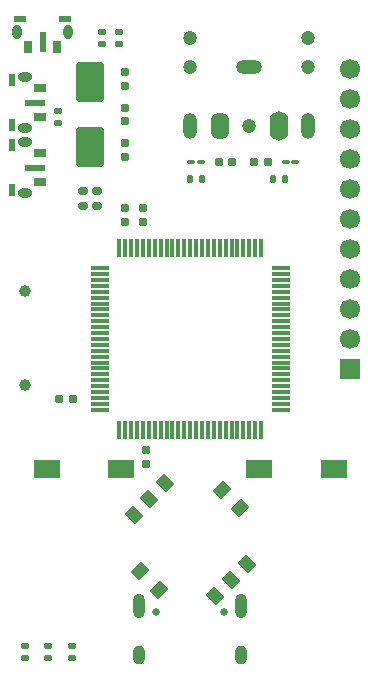
<source format=gts>
%TF.GenerationSoftware,KiCad,Pcbnew,9.0.5*%
%TF.CreationDate,2025-10-29T14:00:37-04:00*%
%TF.ProjectId,MY-MP3,4d592d4d-5033-42e6-9b69-6361645f7063,rev?*%
%TF.SameCoordinates,Original*%
%TF.FileFunction,Soldermask,Top*%
%TF.FilePolarity,Negative*%
%FSLAX46Y46*%
G04 Gerber Fmt 4.6, Leading zero omitted, Abs format (unit mm)*
G04 Created by KiCad (PCBNEW 9.0.5) date 2025-10-29 14:00:37*
%MOMM*%
%LPD*%
G01*
G04 APERTURE LIST*
G04 Aperture macros list*
%AMRoundRect*
0 Rectangle with rounded corners*
0 $1 Rounding radius*
0 $2 $3 $4 $5 $6 $7 $8 $9 X,Y pos of 4 corners*
0 Add a 4 corners polygon primitive as box body*
4,1,4,$2,$3,$4,$5,$6,$7,$8,$9,$2,$3,0*
0 Add four circle primitives for the rounded corners*
1,1,$1+$1,$2,$3*
1,1,$1+$1,$4,$5*
1,1,$1+$1,$6,$7*
1,1,$1+$1,$8,$9*
0 Add four rect primitives between the rounded corners*
20,1,$1+$1,$2,$3,$4,$5,0*
20,1,$1+$1,$4,$5,$6,$7,0*
20,1,$1+$1,$6,$7,$8,$9,0*
20,1,$1+$1,$8,$9,$2,$3,0*%
%AMRotRect*
0 Rectangle, with rotation*
0 The origin of the aperture is its center*
0 $1 length*
0 $2 width*
0 $3 Rotation angle, in degrees counterclockwise*
0 Add horizontal line*
21,1,$1,$2,0,0,$3*%
G04 Aperture macros list end*
%ADD10RoundRect,0.135000X0.185000X-0.135000X0.185000X0.135000X-0.185000X0.135000X-0.185000X-0.135000X0*%
%ADD11R,1.700000X1.700000*%
%ADD12C,1.700000*%
%ADD13RoundRect,0.155000X-0.212500X-0.155000X0.212500X-0.155000X0.212500X0.155000X-0.212500X0.155000X0*%
%ADD14RoundRect,0.155000X-0.155000X0.212500X-0.155000X-0.212500X0.155000X-0.212500X0.155000X0.212500X0*%
%ADD15R,2.300000X1.600000*%
%ADD16RoundRect,0.147500X-0.172500X0.147500X-0.172500X-0.147500X0.172500X-0.147500X0.172500X0.147500X0*%
%ADD17R,0.800000X1.090000*%
%ADD18R,0.600000X1.800000*%
%ADD19O,0.800000X1.200000*%
%ADD20R,1.100000X0.500000*%
%ADD21RoundRect,0.147500X0.172500X-0.147500X0.172500X0.147500X-0.172500X0.147500X-0.172500X-0.147500X0*%
%ADD22RoundRect,0.155000X0.155000X-0.212500X0.155000X0.212500X-0.155000X0.212500X-0.155000X-0.212500X0*%
%ADD23R,1.090000X0.800000*%
%ADD24R,1.800000X0.600000*%
%ADD25O,1.200000X0.800000*%
%ADD26R,0.500000X1.100000*%
%ADD27RoundRect,0.160000X0.222500X0.160000X-0.222500X0.160000X-0.222500X-0.160000X0.222500X-0.160000X0*%
%ADD28RoundRect,0.155000X0.212500X0.155000X-0.212500X0.155000X-0.212500X-0.155000X0.212500X-0.155000X0*%
%ADD29RoundRect,0.100000X-0.217500X-0.100000X0.217500X-0.100000X0.217500X0.100000X-0.217500X0.100000X0*%
%ADD30RoundRect,0.135000X-0.135000X-0.185000X0.135000X-0.185000X0.135000X0.185000X-0.135000X0.185000X0*%
%ADD31RoundRect,0.250001X0.949999X-1.412499X0.949999X1.412499X-0.949999X1.412499X-0.949999X-1.412499X0*%
%ADD32RotRect,1.000000X1.250000X135.000000*%
%ADD33RotRect,1.000000X1.250000X225.000000*%
%ADD34RotRect,1.000000X1.250000X315.000000*%
%ADD35RotRect,1.000000X1.250000X45.000000*%
%ADD36RoundRect,0.135000X0.135000X0.185000X-0.135000X0.185000X-0.135000X-0.185000X0.135000X-0.185000X0*%
%ADD37RoundRect,0.100000X0.217500X0.100000X-0.217500X0.100000X-0.217500X-0.100000X0.217500X-0.100000X0*%
%ADD38RoundRect,0.075000X0.075000X-0.725000X0.075000X0.725000X-0.075000X0.725000X-0.075000X-0.725000X0*%
%ADD39RoundRect,0.075000X0.725000X-0.075000X0.725000X0.075000X-0.725000X0.075000X-0.725000X-0.075000X0*%
%ADD40C,1.200000*%
%ADD41O,1.200000X2.200000*%
%ADD42O,1.600000X2.300000*%
%ADD43O,2.200000X1.200000*%
%ADD44O,1.600000X2.500000*%
%ADD45C,1.000000*%
%ADD46C,0.650000*%
%ADD47O,1.000000X1.600000*%
%ADD48O,1.000000X2.100000*%
G04 APERTURE END LIST*
D10*
%TO.C,R6*%
X139750000Y-74500000D03*
X139750000Y-73480000D03*
%TD*%
D11*
%TO.C,J4*%
X159250000Y-102080000D03*
D12*
X159250000Y-99540000D03*
X159250000Y-97000000D03*
X159250000Y-94460000D03*
X159250000Y-91920000D03*
X159250000Y-89380000D03*
X159250000Y-86840000D03*
X159250000Y-84300000D03*
X159250000Y-81760000D03*
X159250000Y-79220000D03*
X159250000Y-76680000D03*
%TD*%
D13*
%TO.C,C8*%
X148182500Y-84500000D03*
X149317500Y-84500000D03*
%TD*%
D14*
%TO.C,C4*%
X140250000Y-82932500D03*
X140250000Y-84067500D03*
%TD*%
D15*
%TO.C,SW7*%
X139900000Y-110500000D03*
X133600000Y-110500000D03*
%TD*%
D16*
%TO.C,LED1*%
X133750000Y-125515000D03*
X133750000Y-126485000D03*
%TD*%
D15*
%TO.C,SW8*%
X151600000Y-110500000D03*
X157900000Y-110500000D03*
%TD*%
D17*
%TO.C,SW3*%
X132050000Y-74755000D03*
X134450000Y-74755000D03*
D18*
X133250000Y-74400000D03*
D19*
X131100000Y-73500000D03*
D20*
X131350000Y-72390000D03*
X135150000Y-72390000D03*
D19*
X135400000Y-73500000D03*
%TD*%
D21*
%TO.C,LED3*%
X135750000Y-126485000D03*
X135750000Y-125515000D03*
%TD*%
D10*
%TO.C,R5*%
X138250000Y-74510000D03*
X138250000Y-73490000D03*
%TD*%
D22*
%TO.C,C12*%
X140250000Y-89567500D03*
X140250000Y-88432500D03*
%TD*%
D21*
%TO.C,LED2*%
X131750000Y-126485000D03*
X131750000Y-125515000D03*
%TD*%
D23*
%TO.C,SW4*%
X133005000Y-80700000D03*
X133005000Y-78300000D03*
D24*
X132650000Y-79500000D03*
D25*
X131750000Y-81650000D03*
D26*
X130640000Y-81400000D03*
X130640000Y-77600000D03*
D25*
X131750000Y-77350000D03*
%TD*%
D23*
%TO.C,SW5*%
X133005000Y-86200000D03*
X133005000Y-83800000D03*
D24*
X132650000Y-85000000D03*
D25*
X131750000Y-87150000D03*
D26*
X130640000Y-86900000D03*
X130640000Y-83100000D03*
D25*
X131750000Y-82850000D03*
%TD*%
D27*
%TO.C,FB2*%
X137822500Y-88250000D03*
X136677500Y-88250000D03*
%TD*%
D22*
%TO.C,C19*%
X141750000Y-89567500D03*
X141750000Y-88432500D03*
%TD*%
%TO.C,C31*%
X142000000Y-110067500D03*
X142000000Y-108932500D03*
%TD*%
D27*
%TO.C,FB1*%
X137822500Y-87000000D03*
X136677500Y-87000000D03*
%TD*%
D28*
%TO.C,C7*%
X152317500Y-84500000D03*
X151182500Y-84500000D03*
%TD*%
D29*
%TO.C,R10*%
X145842500Y-84500000D03*
X146657500Y-84500000D03*
%TD*%
D30*
%TO.C,R8*%
X145740000Y-86000000D03*
X146760000Y-86000000D03*
%TD*%
D31*
%TO.C,Y1*%
X137250000Y-83262500D03*
X137250000Y-77737500D03*
%TD*%
D32*
%TO.C,SW6*%
X148419328Y-112275037D03*
X149974963Y-113830672D03*
D33*
X150540648Y-118603643D03*
X149197146Y-119947146D03*
X147853643Y-121290648D03*
D34*
X143080672Y-120724963D03*
X141525037Y-119169328D03*
D35*
X140959352Y-114396357D03*
X142302854Y-113052854D03*
X143646357Y-111709352D03*
%TD*%
D22*
%TO.C,C5*%
X140250000Y-78067500D03*
X140250000Y-76932500D03*
%TD*%
D36*
%TO.C,R7*%
X153760000Y-86000000D03*
X152740000Y-86000000D03*
%TD*%
D10*
%TO.C,R4*%
X134539985Y-81246265D03*
X134539985Y-80226265D03*
%TD*%
D28*
%TO.C,C18*%
X135817500Y-104600000D03*
X134682500Y-104600000D03*
%TD*%
D37*
%TO.C,R9*%
X154657500Y-84500000D03*
X153842500Y-84500000D03*
%TD*%
D38*
%TO.C,U1*%
X139750000Y-107185000D03*
X140250000Y-107185000D03*
X140750000Y-107185000D03*
X141250000Y-107185000D03*
X141750000Y-107185000D03*
X142250000Y-107185000D03*
X142750000Y-107185000D03*
X143250000Y-107185000D03*
X143750000Y-107185000D03*
X144250000Y-107185000D03*
X144750000Y-107185000D03*
X145250000Y-107185000D03*
X145750000Y-107185000D03*
X146250000Y-107185000D03*
X146750000Y-107185000D03*
X147250000Y-107185000D03*
X147750000Y-107185000D03*
X148250000Y-107185000D03*
X148750000Y-107185000D03*
X149250000Y-107185000D03*
X149750000Y-107185000D03*
X150250000Y-107185000D03*
X150750000Y-107185000D03*
X151250000Y-107185000D03*
X151750000Y-107185000D03*
D39*
X153425000Y-105510000D03*
X153425000Y-105010000D03*
X153425000Y-104510000D03*
X153425000Y-104010000D03*
X153425000Y-103510000D03*
X153425000Y-103010000D03*
X153425000Y-102510000D03*
X153425000Y-102010000D03*
X153425000Y-101510000D03*
X153425000Y-101010000D03*
X153425000Y-100510000D03*
X153425000Y-100010000D03*
X153425000Y-99510000D03*
X153425000Y-99010000D03*
X153425000Y-98510000D03*
X153425000Y-98010000D03*
X153425000Y-97510000D03*
X153425000Y-97010000D03*
X153425000Y-96510000D03*
X153425000Y-96010000D03*
X153425000Y-95510000D03*
X153425000Y-95010000D03*
X153425000Y-94510000D03*
X153425000Y-94010000D03*
X153425000Y-93510000D03*
D38*
X151750000Y-91835000D03*
X151250000Y-91835000D03*
X150750000Y-91835000D03*
X150250000Y-91835000D03*
X149750000Y-91835000D03*
X149250000Y-91835000D03*
X148750000Y-91835000D03*
X148250000Y-91835000D03*
X147750000Y-91835000D03*
X147250000Y-91835000D03*
X146750000Y-91835000D03*
X146250000Y-91835000D03*
X145750000Y-91835000D03*
X145250000Y-91835000D03*
X144750000Y-91835000D03*
X144250000Y-91835000D03*
X143750000Y-91835000D03*
X143250000Y-91835000D03*
X142750000Y-91835000D03*
X142250000Y-91835000D03*
X141750000Y-91835000D03*
X141250000Y-91835000D03*
X140750000Y-91835000D03*
X140250000Y-91835000D03*
X139750000Y-91835000D03*
D39*
X138075000Y-93510000D03*
X138075000Y-94010000D03*
X138075000Y-94510000D03*
X138075000Y-95010000D03*
X138075000Y-95510000D03*
X138075000Y-96010000D03*
X138075000Y-96510000D03*
X138075000Y-97010000D03*
X138075000Y-97510000D03*
X138075000Y-98010000D03*
X138075000Y-98510000D03*
X138075000Y-99010000D03*
X138075000Y-99510000D03*
X138075000Y-100010000D03*
X138075000Y-100510000D03*
X138075000Y-101010000D03*
X138075000Y-101510000D03*
X138075000Y-102010000D03*
X138075000Y-102510000D03*
X138075000Y-103010000D03*
X138075000Y-103510000D03*
X138075000Y-104010000D03*
X138075000Y-104510000D03*
X138075000Y-105010000D03*
X138075000Y-105510000D03*
%TD*%
D14*
%TO.C,C6*%
X140250000Y-79932500D03*
X140250000Y-81067500D03*
%TD*%
D40*
%TO.C,J7*%
X145750000Y-74000000D03*
X145750000Y-76500000D03*
X150750000Y-81500000D03*
X155750000Y-74000000D03*
X155750000Y-76500000D03*
D41*
X145750000Y-81500000D03*
D42*
X148250000Y-81500000D03*
D43*
X150750000Y-76500000D03*
D41*
X155750000Y-81500000D03*
D44*
X153250000Y-81500000D03*
%TD*%
D45*
%TO.C,J1*%
X131750000Y-103450000D03*
X131750000Y-95450000D03*
%TD*%
D46*
%TO.C,J2*%
X148640000Y-122645000D03*
X142860000Y-122645000D03*
D47*
X150068000Y-126295000D03*
D48*
X150068000Y-122115000D03*
X141432000Y-122115000D03*
D47*
X141432000Y-126295000D03*
%TD*%
M02*

</source>
